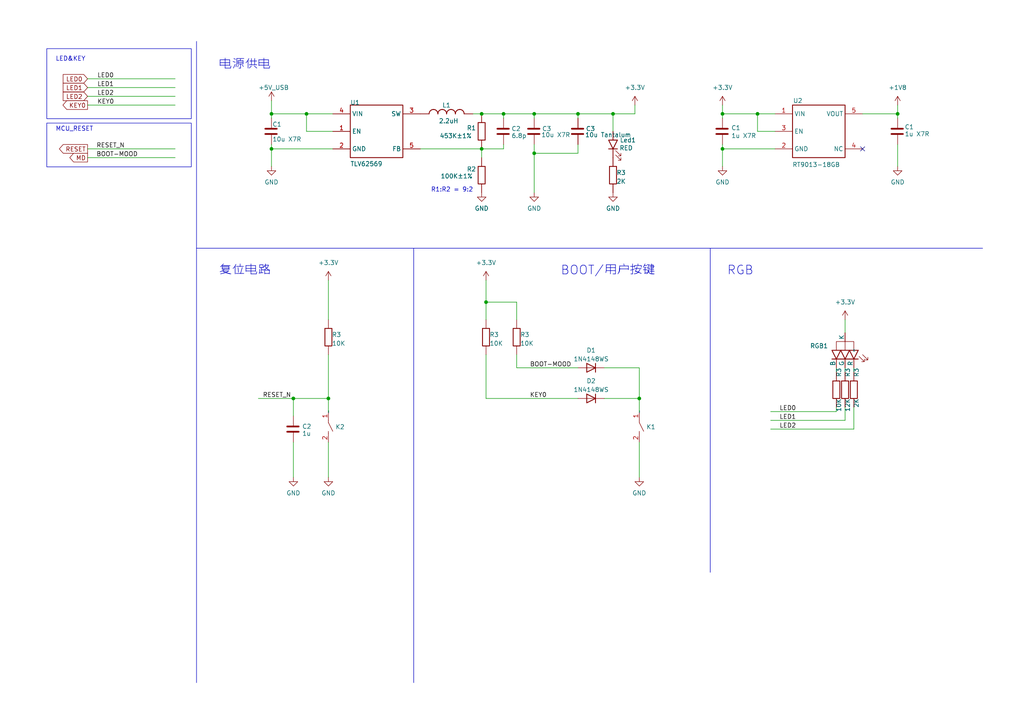
<source format=kicad_sch>
(kicad_sch (version 20230121) (generator eeschema)
  (paper "A4")
  (lib_symbols
    (symbol "Cap_2" (pin_numbers hide) (pin_names hide)
      (property "Reference" "C?" (at 0 5.08 0))
      (property "Value" "Cap_2" (at 0 3.81 0))
      (symbol "Cap_2_0_1"
        (polyline (pts (xy -0.762 -1.778) (xy -0.762 1.524)) (stroke (width 0.5)))
        (polyline (pts (xy 0.762 -1.778) (xy 0.762 1.524)) (stroke (width 0.5)))
      )
      (symbol "Cap_2_1_1"
        (pin passive line (at -3.81 0 0) (length 2.8) (name "~") (number "1"))
        (pin passive line (at 3.81 0 180) (length 2.8) (name "~") (number "2"))
      )
    )
    (symbol "Diode:1N4148WS" (pin_numbers hide) (pin_names hide)
      (property "Reference" "D" (at 0 2.54 0))
      (property "Value" "1N4148WS" (at 0 -2.54 0))
      (symbol "1N4148WS_0_1"
        (polyline (pts (xy -1.27 1.27) (xy -1.27 -1.27)) (stroke (width 0.254)))
        (polyline (pts (xy 1.27 0) (xy -1.27 0)))
        (polyline (pts (xy 1.27 1.27) (xy 1.27 -1.27) (xy -1.27 0) (xy 1.27 1.27)) (stroke (width 0.254)))
      )
      (symbol "1N4148WS_1_1"
        (pin passive line (at -3.81 0 0) (length 2.54) (name "K") (number "1"))
        (pin passive line (at 3.81 0 180) (length 2.54) (name "A") (number "2"))
      )
    )
    (symbol "KiCad_HW1.11-altium-import:4.power_distro_0_MWPY6028-4R7-M"
      (symbol "4.power_distro_0_MWPY6028-4R7-M_1_0"
        (arc (start 3.81 -1.27) (mid 2.912 -1.642) (end 2.54 -2.54) (stroke (width 0.254)))
        (arc (start 5.08 -2.54) (mid 4.708 -1.642) (end 3.81 -1.27) (stroke (width 0.254)))
        (arc (start 6.35 -1.27) (mid 5.452 -1.642) (end 5.08 -2.54) (stroke (width 0.254)))
        (arc (start 7.62 -2.54) (mid 7.248 -1.642) (end 6.35 -1.27) (stroke (width 0.254)))
        (arc (start 8.89 -1.27) (mid 7.992 -1.642) (end 7.62 -2.54) (stroke (width 0.254)))
        (arc (start 10.16 -2.54) (mid 9.788 -1.642) (end 8.89 -1.27) (stroke (width 0.254)))
        (arc (start 11.43 -1.27) (mid 10.532 -1.642) (end 10.16 -2.54) (stroke (width 0.254)))
        (arc (start 12.7 -2.54) (mid 12.328 -1.642) (end 11.43 -1.27) (stroke (width 0.254)))
        (pin passive line (at 0 -2.54 0) (length 2.54) (name "1") (number "1"))
        (pin passive line (at 15.24 -2.54 180) (length 2.54) (name "2") (number "2"))
      )
    )
    (symbol "KiCad_HW1.11-altium-import:4.power_distro_0_TLV62569"
      (symbol "4.power_distro_0_TLV62569_1_0"
        (rectangle (start 20.32 0) (end 5.08 -15.24) (stroke (width 0.254)))
        (pin passive line (at 0 -7.62 0) (length 5.08) (name "EN") (number "1"))
        (pin passive line (at 0 -12.7 0) (length 5.08) (name "GND") (number "2"))
        (pin passive line (at 25.4 -2.54 180) (length 5.08) (name "SW") (number "3"))
        (pin passive line (at 0 -2.54 0) (length 5.08) (name "VIN") (number "4"))
        (pin passive line (at 25.4 -12.7 180) (length 5.08) (name "FB") (number "5"))
      )
    )
    (symbol "KiCad_HW1.11-altium-import:4.power_distro_1_0603 100KΩ (1003) 1%"
      (symbol "4.power_distro_1_0603 100KΩ (1003) 1%_1_0"
        (rectangle (start 1.016 2.54) (end -1.016 -2.54) (stroke (width 0.254)))
        (pin passive line (at 0 -5.08 90) (length 2.54) (name "1") (number "1"))
        (pin passive line (at 0 5.08 270) (length 2.54) (name "2") (number "2"))
      )
    )
    (symbol "KiCad_HW1.11-altium-import:4.power_distro_1_0603 2KΩ (2001) 1%"
      (symbol "4.power_distro_1_0603 2KΩ (2001) 1%_1_0"
        (rectangle (start 1.016 2.54) (end -1.016 -2.54) (stroke (width 0.254)))
        (pin passive line (at 0 -5.08 90) (length 2.54) (name "1") (number "1"))
        (pin passive line (at 0 5.08 270) (length 2.54) (name "2") (number "2"))
      )
    )
    (symbol "New_Library_0:RT9013-18GB"
      (property "Reference" "U" (at 0 0 0))
      (property "Value" "RT9013-18GB" (at 5.588 -18.542 0))
      (symbol "RT9013-18GB_1_0"
        (rectangle (start 15.24 0) (end 0 -15.24) (stroke (width 0.254)))
        (pin passive line (at -5.08 -2.54 0) (length 5.08) (name "VIN") (number "1"))
        (pin passive line (at -5.08 -12.7 0) (length 5.08) (name "GND") (number "2"))
        (pin passive line (at -5.08 -7.62 0) (length 5.08) (name "EN") (number "3"))
        (pin passive line (at 20.32 -12.7 180) (length 5.08) (name "NC") (number "4"))
        (pin passive line (at 20.32 -2.54 180) (length 5.08) (name "VOUT") (number "5"))
      )
    )
    (symbol "RA8:RGB-LED" (pin_numbers hide) (pin_names (offset 0))
      (property "Reference" "RGB" (at -1.27 2.286 0))
      (symbol "RGB-LED_0_1"
        (polyline (pts (xy -2.54 -2.54) (xy 0 -2.54)))
        (polyline (pts (xy 2.54 -3.81) (xy 2.54 -6.35)) (stroke (width 0.254)))
        (polyline (pts (xy 2.54 -1.27) (xy 2.54 -3.81)) (stroke (width 0.254)))
        (polyline (pts (xy 2.54 1.27) (xy 2.54 -1.27)) (stroke (width 0.254)))
        (polyline (pts (xy 0 -3.81) (xy 0 -6.35) (xy 2.54 -5.08) (xy 0 -3.81)) (stroke (width 0.254)))
        (polyline (pts (xy 0 -1.27) (xy 0 -3.81) (xy 2.54 -2.54) (xy 0 -1.27)) (stroke (width 0.254)))
        (polyline (pts (xy 0 1.27) (xy 0 -1.27) (xy 2.54 0) (xy 0 1.27)) (stroke (width 0.254)))
        (polyline (pts (xy 0 0) (xy -2.54 0) (xy -2.54 -4.572) (xy -2.54 -5.08) (xy 0 -5.08)))
        (polyline (pts (xy 1.27 2.54) (xy 2.794 4.064) (xy 2.032 4.064) (xy 2.794 4.064) (xy 2.794 3.302)))
        (polyline (pts (xy 1.778 1.524) (xy 3.302 3.048) (xy 2.54 3.048) (xy 3.302 3.048) (xy 3.302 2.286)))
      )
      (symbol "RGB-LED_1_1"
        (pin passive line (at 5.08 0 180) (length 2.54) (name "R") (number "1"))
        (pin passive line (at -5.08 -2.54 0) (length 2.54) (name "K") (number "2"))
        (pin passive line (at 5.08 -5.08 180) (length 2.54) (name "B") (number "3"))
        (pin passive line (at 5.08 -2.54 180) (length 2.54) (name "G") (number "4"))
      )
    )
    (symbol "RA8:key_2p"
      (property "Reference" "K" (at 0 0 0))
      (symbol "key_2p_0_1"
        (polyline (pts (xy 2.54 0) (xy 3.175 0)))
        (polyline (pts (xy 3.175 0) (xy 5.715 1.27)))
        (polyline (pts (xy 6.35 0) (xy 5.715 0)))
      )
      (symbol "key_2p_1_1"
        (polyline (pts (xy 2.54 -2.54) (xy 7.62 -2.54)) (stroke (width -0.0001)))
        (pin bidirectional line (at 0 0 0) (length 2.54) (name "") (number "1"))
        (pin bidirectional line (at 8.89 0 180) (length 2.54) (name "") (number "2"))
        (pin input line (at 0 -2.54 0) (length 2.54) hide (name "") (number "3"))
        (pin input line (at 8.89 -2.54 180) (length 2.54) hide (name "") (number "4"))
      )
    )
    (symbol "jhong:Led" (pin_numbers hide) (pin_names hide)
      (property "Reference" "Led?" (at 0.635 3.81 0))
      (property "Value" "Led" (at 0 1.905 0))
      (symbol "Led_0_1"
        (polyline (pts (xy 1.27 1.27) (xy 1.27 -1.27)) (stroke (width 0.254)))
        (polyline (pts (xy -1.27 1.27) (xy -1.27 -1.27) (xy 1.27 0) (xy -1.27 1.27)) (stroke (width 0.254)))
        (polyline (pts (xy 1.778 0.762) (xy 3.302 2.286) (xy 2.54 2.286) (xy 3.302 2.286) (xy 3.302 1.524)))
        (polyline (pts (xy 3.048 0.762) (xy 4.572 2.286) (xy 3.81 2.286) (xy 4.572 2.286) (xy 4.572 1.524)))
      )
      (symbol "Led_1_1"
        (pin passive line (at -3.81 0 0) (length 2.54) (name "A") (number "1"))
        (pin passive line (at 3.81 0 180) (length 2.54) (name "K") (number "2"))
      )
    )
    (symbol "power:+1V8" (power) (pin_names (offset 0))
      (property "Value" "+1V8" (at 0 3.556 0))
      (symbol "+1V8_0_1"
        (polyline (pts (xy -0.762 1.27) (xy 0 2.54)))
        (polyline (pts (xy 0 0) (xy 0 2.54)))
        (polyline (pts (xy 0 2.54) (xy 0.762 1.27)))
      )
      (symbol "+1V8_1_1"
        (pin power_in line (at 0 0 90) (length 0) hide (name "+1V8") (number "1"))
      )
    )
    (symbol "power:+3.3V" (power) (pin_names (offset 0))
      (property "Value" "+3.3V" (at 0 3.556 0))
      (symbol "+3.3V_0_1"
        (polyline (pts (xy -0.762 1.27) (xy 0 2.54)))
        (polyline (pts (xy 0 0) (xy 0 2.54)))
        (polyline (pts (xy 0 2.54) (xy 0.762 1.27)))
      )
      (symbol "+3.3V_1_1"
        (pin power_in line (at 0 0 90) (length 0) hide (name "+3.3V") (number "1"))
      )
    )
    (symbol "power:+5V_USB" (power) (in_bom no) (on_board no)
      (property "Value" "+5V_USB" (at -1.27 2.032 0))
      (symbol "+5V_USB_0_1"
        (polyline (pts (xy -0.762 -1.27) (xy 0 0)))
        (polyline (pts (xy 0 -2.54) (xy 0 0)))
        (polyline (pts (xy 0 0) (xy 0.762 -1.27)))
      )
      (symbol "+5V_USB_1_1"
        (pin power_in line (at 0 -2.54 90) (length 0) hide (name "+5V_USB") (number "1"))
      )
    )
    (symbol "power:GND" (power) (pin_names (offset 0))
      (property "Value" "GND" (at 0 -3.81 0))
      (symbol "GND_0_1"
        (polyline (pts (xy 0 0) (xy 0 -1.27) (xy 1.27 -1.27) (xy 0 -2.54) (xy -1.27 -1.27) (xy 0 -1.27)))
      )
      (symbol "GND_1_1"
        (pin power_in line (at 0 0 270) (length 0) hide (name "GND") (number "1"))
      )
    )
  )
  (junction (at 95.25 115.57))
  (junction (at 139.7 33.02))
  (junction (at 154.94 44.45))
  (junction (at 146.05 33.02))
  (junction (at 140.97 87.63))
  (junction (at 139.7 43.18))
  (junction (at 154.94 33.02))
  (junction (at 167.64 33.02))
  (junction (at 85.09 115.57))
  (junction (at 78.74 33.02))
  (junction (at 209.55 43.18))
  (junction (at 260.35 33.02))
  (junction (at 88.9 33.02))
  (junction (at 185.42 115.57))
  (junction (at 219.71 33.02))
  (junction (at 209.55 33.02))
  (junction (at 177.8 33.02))
  (junction (at 78.74 43.18))
  (no_connect (at 250.19 43.18))
  (wire (pts (xy 95.25 115.57) (xy 95.25 119.38)))
  (wire (pts (xy 95.25 102.87) (xy 95.25 115.57)))
  (wire (pts (xy 88.9 33.02) (xy 96.52 33.02)))
  (wire (pts (xy 245.11 118.11) (xy 245.11 121.92)))
  (wire (pts (xy 95.25 81.28) (xy 95.25 92.71)))
  (wire (pts (xy 177.8 33.02) (xy 177.8 38.1)))
  (wire (pts (xy 85.09 128.27) (xy 85.09 138.43)))
  (wire (pts (xy 85.09 115.57) (xy 95.25 115.57)))
  (wire (pts (xy 185.42 128.27) (xy 185.42 138.43)))
  (wire (pts (xy 88.9 33.02) (xy 88.9 38.1)))
  (wire (pts (xy 139.7 33.02) (xy 146.05 33.02)))
  (wire (pts (xy 78.74 43.18) (xy 78.74 48.26)))
  (wire (pts (xy 154.94 44.45) (xy 167.64 44.45)))
  (wire (pts (xy 185.42 106.68) (xy 185.42 115.57)))
  (wire (pts (xy 25.4 43.18) (xy 50.8 43.18)))
  (wire (pts (xy 247.65 118.11) (xy 247.65 124.46)))
  (wire (pts (xy 209.55 33.02) (xy 209.55 34.29)))
  (wire (pts (xy 185.42 115.57) (xy 185.42 119.38)))
  (wire (pts (xy 146.05 33.02) (xy 154.94 33.02)))
  (wire (pts (xy 154.94 34.29) (xy 154.94 33.02)))
  (wire (pts (xy 146.05 41.91) (xy 146.05 43.18)))
  (wire (pts (xy 223.52 124.46) (xy 247.65 124.46)))
  (wire (pts (xy 25.4 25.4) (xy 50.8 25.4)))
  (wire (pts (xy 140.97 87.63) (xy 140.97 92.71)))
  (wire (pts (xy 85.09 115.57) (xy 85.09 120.65)))
  (wire (pts (xy 149.86 87.63) (xy 140.97 87.63)))
  (wire (pts (xy 167.64 33.02) (xy 177.8 33.02)))
  (wire (pts (xy 175.26 115.57) (xy 185.42 115.57)))
  (wire (pts (xy 78.74 33.02) (xy 88.9 33.02)))
  (wire (pts (xy 74.93 115.57) (xy 85.09 115.57)))
  (wire (pts (xy 260.35 30.48) (xy 260.35 33.02)))
  (wire (pts (xy 247.65 106.68) (xy 247.65 107.95)))
  (wire (pts (xy 154.94 33.02) (xy 167.64 33.02)))
  (wire (pts (xy 209.55 41.91) (xy 209.55 43.18)))
  (wire (pts (xy 167.64 33.02) (xy 167.64 34.29)))
  (wire (pts (xy 139.7 43.18) (xy 139.7 45.72)))
  (wire (pts (xy 219.71 33.02) (xy 219.71 38.1)))
  (wire (pts (xy 209.55 33.02) (xy 219.71 33.02)))
  (wire (pts (xy 78.74 34.29) (xy 78.74 33.02)))
  (wire (pts (xy 177.8 33.02) (xy 184.15 33.02)))
  (wire (pts (xy 167.64 115.57) (xy 140.97 115.57)))
  (wire (pts (xy 209.55 43.18) (xy 209.55 48.26)))
  (wire (pts (xy 184.15 30.48) (xy 184.15 33.02)))
  (wire (pts (xy 223.52 121.92) (xy 245.11 121.92)))
  (wire (pts (xy 245.11 106.68) (xy 245.11 107.95)))
  (wire (pts (xy 209.55 43.18) (xy 224.79 43.18)))
  (wire (pts (xy 149.86 92.71) (xy 149.86 87.63)))
  (wire (pts (xy 25.4 45.72) (xy 50.8 45.72)))
  (wire (pts (xy 88.9 38.1) (xy 96.52 38.1)))
  (wire (pts (xy 250.19 33.02) (xy 260.35 33.02)))
  (wire (pts (xy 149.86 106.68) (xy 167.64 106.68)))
  (wire (pts (xy 140.97 81.28) (xy 140.97 87.63)))
  (wire (pts (xy 242.57 118.11) (xy 242.57 119.38)))
  (wire (pts (xy 25.4 27.94) (xy 50.8 27.94)))
  (wire (pts (xy 154.94 44.45) (xy 154.94 55.88)))
  (wire (pts (xy 245.11 92.71) (xy 245.11 96.52)))
  (wire (pts (xy 260.35 34.29) (xy 260.35 33.02)))
  (wire (pts (xy 25.4 22.86) (xy 50.8 22.86)))
  (wire (pts (xy 137.16 33.02) (xy 139.7 33.02)))
  (wire (pts (xy 167.64 44.45) (xy 167.64 41.91)))
  (wire (pts (xy 175.26 106.68) (xy 185.42 106.68)))
  (wire (pts (xy 219.71 38.1) (xy 224.79 38.1)))
  (wire (pts (xy 146.05 34.29) (xy 146.05 33.02)))
  (wire (pts (xy 78.74 41.91) (xy 78.74 43.18)))
  (wire (pts (xy 78.74 43.18) (xy 96.52 43.18)))
  (wire (pts (xy 95.25 128.27) (xy 95.25 138.43)))
  (wire (pts (xy 149.86 106.68) (xy 149.86 102.87)))
  (wire (pts (xy 140.97 115.57) (xy 140.97 102.87)))
  (wire (pts (xy 139.7 43.18) (xy 146.05 43.18)))
  (wire (pts (xy 78.74 29.21) (xy 78.74 33.02)))
  (wire (pts (xy 209.55 30.48) (xy 209.55 33.02)))
  (wire (pts (xy 223.52 119.38) (xy 242.57 119.38)))
  (wire (pts (xy 242.57 106.68) (xy 242.57 107.95)))
  (wire (pts (xy 260.35 48.26) (xy 260.35 41.91)))
  (wire (pts (xy 219.71 33.02) (xy 224.79 33.02)))
  (wire (pts (xy 121.92 43.18) (xy 139.7 43.18)))
  (wire (pts (xy 154.94 41.91) (xy 154.94 44.45)))
  (wire (pts (xy 25.4 30.48) (xy 50.8 30.48)))
  (rectangle (start 13.57 35.7) (end 55.48 48.4))
  (rectangle (start 57 72) (end 285 72))
  (rectangle (start 13.57 14.11) (end 55.48 34.43))
  (rectangle (start 206 72) (end 206 166))
  (rectangle (start 120 72) (end 120 198))
  (rectangle (start 57 12) (end 57 198))
  (text "R1:R2 = 9:2" (at 124.968 55.88 0) (effects (font (size 1.27 1.27)) (justify left bottom)))
  (text "复位电路	" (at 63.5 80.01 0) (effects (font (size 2.54 2.54)) (justify left bottom)))
  (text "MCU_RESET" (at 16.11 38.24 0) (effects (font (size 1.27 1.27)) (justify left bottom)))
  (text "电源供电" (at 63.5 20.32 0) (effects (font (size 2.54 2.54)) (justify left bottom)))
  (text "BOOT/用户按键" (at 162.56 80.01 0) (effects (font (size 2.54 2.54)) (justify left bottom)))
  (text "RGB" (at 210.82 80.01 0) (effects (font (size 2.54 2.54)) (justify left bottom)))
  (text "LED&KEY" (at 16.11 17.92 0) (effects (font (size 1.27 1.27)) (justify left bottom)))
  (label "BOOT-MOOD" (at 153.67 106.68 0))
  (label "LED1" (at 28.194 25.4 0))
  (label "RESET_N" (at 27.94 43.18 0))
  (label "LED0" (at 226.06 119.38 0))
  (label "KEY0" (at 28.194 30.48 0))
  (label "KEY0" (at 153.67 115.57 0))
  (label "RESET_N" (at 76.2 115.57 0))
  (label "LED0" (at 28.194 22.86 0))
  (label "LED1" (at 226.06 121.92 0))
  (label "BOOT-MOOD" (at 27.94 45.72 0))
  (label "LED2" (at 28.194 27.94 0))
  (label "LED2" (at 226.06 124.46 0))
  (global_label "LED0" (shape input) (at 25.4 22.86 180) (property "Intersheetrefs" "${INTERSHEET_REFS}" (effects hide)))
  (global_label "MD" (shape output) (at 25.4 45.72 180) (property "Intersheetrefs" "${INTERSHEET_REFS}" (effects hide)))
  (global_label "RESET" (shape output) (at 25.4 43.18 180) (property "Intersheetrefs" "${INTERSHEET_REFS}" (effects hide)))
  (global_label "LED2" (shape input) (at 25.4 27.94 180) (property "Intersheetrefs" "${INTERSHEET_REFS}" (effects hide)))
  (global_label "LED1" (shape input) (at 25.4 25.4 180) (property "Intersheetrefs" "${INTERSHEET_REFS}" (effects hide)))
  (global_label "KEY0" (shape output) (at 25.4 30.48 180) (property "Intersheetrefs" "${INTERSHEET_REFS}" (effects hide)))
  (symbol (lib_id "KiCad_HW1.11-altium-import:4.power_distro_1_0603 2KΩ (2001) 1%") (at 140.97 97.79 0) (unit 1)
    (property "Reference" "R3" (at 141.986 97.79 0) (effects (justify left bottom)))
    (property "Value" "10K" (at 141.986 100.33 0) (effects (justify left bottom)))
    (property "Footprint" "RA8Library:R0402" (effects hide))
    (property "COMPONENTLINK1DESCRIPTION" "供应商链接" (effects hide))
    (property "COMPONENTLINK1URL" "http://www.szlcsc.com/product/details_23702.html" (effects hide))
    (property "PACKAGE" "0603" (effects hide))
    (property "SUPPLIER" "LC" (effects hide))
    (property "SUPPLIERSPARTNUMBER" "C22975" (effects hide))
  )
  (symbol (lib_name "Cap_2") (lib_id "jhong:Cap") (at 78.74 38.1 270) (unit 1)
    (property "Reference" "C1" (at 78.994 36.068 90) (effects (justify left)))
    (property "Value" "10u X7R" (at 78.994 40.386 90) (effects (justify left)))
    (property "Footprint" "RA8Library:0805_C" (effects hide))
    (property "Manufacturer" "SAMSUNG(三星)" (effects hide))
    (property "Comment" "10u X7R" (effects hide))
  )
  (symbol (lib_id "power:GND") (at 177.8 55.88 0) (unit 1)
    (property "Reference" "#PWR07" (effects hide))
    (property "Value" "GND" (at 177.8 60.452 0))
  )
  (symbol (lib_id "KiCad_HW1.11-altium-import:4.power_distro_1_0603 2KΩ (2001) 1%") (at 247.65 113.03 180) (unit 1)
    (property "Reference" "R3" (at 247.65 106.68 90) (effects (justify left bottom)))
    (property "Value" "2K" (at 247.65 115.57 90) (effects (justify left bottom)))
    (property "Footprint" "RA8Library:R0402" (effects hide))
    (property "COMPONENTLINK1DESCRIPTION" "供应商链接" (effects hide))
    (property "COMPONENTLINK1URL" "http://www.szlcsc.com/product/details_23702.html" (effects hide))
    (property "PACKAGE" "0603" (effects hide))
    (property "SUPPLIER" "LC" (effects hide))
    (property "SUPPLIERSPARTNUMBER" "C22975" (effects hide))
  )
  (symbol (lib_id "KiCad_HW1.11-altium-import:4.power_distro_1_0603 2KΩ (2001) 1%") (at 177.8 50.8 0) (unit 1)
    (property "Reference" "R3" (at 178.816 50.8 0) (effects (justify left bottom)))
    (property "Value" "2K" (at 178.816 53.34 0) (effects (justify left bottom)))
    (property "Footprint" "RA8Library:R0402" (effects hide))
    (property "COMPONENTLINK1DESCRIPTION" "供应商链接" (effects hide))
    (property "COMPONENTLINK1URL" "http://www.szlcsc.com/product/details_23702.html" (effects hide))
    (property "PACKAGE" "0603" (effects hide))
    (property "SUPPLIER" "LC" (effects hide))
    (property "SUPPLIERSPARTNUMBER" "C22975" (effects hide))
  )
  (symbol (lib_id "power:GND") (at 78.74 48.26 0) (unit 1)
    (property "Reference" "#PWR07" (effects hide))
    (property "Value" "GND" (at 78.74 52.832 0))
  )
  (symbol (lib_id "power:+3.3V") (at 209.55 30.48 0) (unit 1)
    (property "Reference" "#PWR06" (effects hide))
    (property "Value" "+3.3V" (at 209.55 25.4 0))
  )
  (symbol (lib_id "KiCad_HW1.11-altium-import:4.power_distro_1_0603 2KΩ (2001) 1%") (at 242.57 113.03 180) (unit 1)
    (property "Reference" "R3" (at 242.57 106.68 90) (effects (justify left bottom)))
    (property "Value" "10K" (at 242.57 115.57 90) (effects (justify left bottom)))
    (property "Footprint" "RA8Library:R0402" (effects hide))
    (property "COMPONENTLINK1DESCRIPTION" "供应商链接" (effects hide))
    (property "COMPONENTLINK1URL" "http://www.szlcsc.com/product/details_23702.html" (effects hide))
    (property "PACKAGE" "0603" (effects hide))
    (property "SUPPLIER" "LC" (effects hide))
    (property "SUPPLIERSPARTNUMBER" "C22975" (effects hide))
  )
  (symbol (lib_name "Cap_2") (lib_id "jhong:Cap") (at 154.94 38.1 270) (unit 1)
    (property "Reference" "C3" (at 157.226 37.338 90) (effects (justify left)))
    (property "Value" "10u X7R" (at 156.972 39.116 90) (effects (justify left)))
    (property "Footprint" "RA8Library:0805_C" (effects hide))
    (property "Manufacturer" "SAMSUNG(三星)" (effects hide))
    (property "Comment" "10u X7R" (effects hide))
  )
  (symbol (lib_id "KiCad_HW1.11-altium-import:4.power_distro_1_0603 2KΩ (2001) 1%") (at 245.11 113.03 180) (unit 1)
    (property "Reference" "R3" (at 245.11 106.68 90) (effects (justify left bottom)))
    (property "Value" "12K" (at 245.11 115.57 90) (effects (justify left bottom)))
    (property "Footprint" "RA8Library:R0402" (effects hide))
    (property "COMPONENTLINK1DESCRIPTION" "供应商链接" (effects hide))
    (property "COMPONENTLINK1URL" "http://www.szlcsc.com/product/details_23702.html" (effects hide))
    (property "PACKAGE" "0603" (effects hide))
    (property "SUPPLIER" "LC" (effects hide))
    (property "SUPPLIERSPARTNUMBER" "C22975" (effects hide))
  )
  (symbol (lib_id "power:+1V8") (at 260.35 30.48 0) (unit 1)
    (property "Reference" "#PWR015" (effects hide))
    (property "Value" "+1V8" (at 260.35 25.4 0))
  )
  (symbol (lib_id "power:GND") (at 85.09 138.43 0) (unit 1)
    (property "Reference" "#PWR07" (effects hide))
    (property "Value" "GND" (at 85.09 143.002 0))
  )
  (symbol (lib_id "KiCad_HW1.11-altium-import:4.power_distro_1_0603 2KΩ (2001) 1%") (at 149.86 97.79 0) (unit 1)
    (property "Reference" "R3" (at 150.876 97.79 0) (effects (justify left bottom)))
    (property "Value" "10K" (at 150.876 100.33 0) (effects (justify left bottom)))
    (property "Footprint" "RA8Library:R0402" (effects hide))
    (property "COMPONENTLINK1DESCRIPTION" "供应商链接" (effects hide))
    (property "COMPONENTLINK1URL" "http://www.szlcsc.com/product/details_23702.html" (effects hide))
    (property "PACKAGE" "0603" (effects hide))
    (property "SUPPLIER" "LC" (effects hide))
    (property "SUPPLIERSPARTNUMBER" "C22975" (effects hide))
  )
  (symbol (lib_id "KiCad_HW1.11-altium-import:4.power_distro_1_0603 2KΩ (2001) 1%") (at 95.25 97.79 0) (unit 1)
    (property "Reference" "R3" (at 96.266 97.79 0) (effects (justify left bottom)))
    (property "Value" "10K" (at 96.266 100.33 0) (effects (justify left bottom)))
    (property "Footprint" "RA8Library:R0402" (effects hide))
    (property "COMPONENTLINK1DESCRIPTION" "供应商链接" (effects hide))
    (property "COMPONENTLINK1URL" "http://www.szlcsc.com/product/details_23702.html" (effects hide))
    (property "PACKAGE" "0603" (effects hide))
    (property "SUPPLIER" "LC" (effects hide))
    (property "SUPPLIERSPARTNUMBER" "C22975" (effects hide))
  )
  (symbol (lib_id "KiCad_HW1.11-altium-import:4.power_distro_1_0603 100KΩ (1003) 1%") (at 139.7 38.1 0) (unit 1)
    (property "Reference" "R1" (at 135.382 37.846 0) (effects (justify left bottom)))
    (property "Value" "453K±1%" (at 127.508 40.132 0) (effects (justify left bottom)))
    (property "Footprint" "RA8Library:R0402" (effects hide))
    (property "COMPONENTLINK1DESCRIPTION" "供应商链接" (effects hide))
    (property "COMPONENTLINK1URL" "http://www.szlcsc.com/product/details_26546.html" (effects hide))
    (property "PACKAGE" "0603" (effects hide))
    (property "SUPPLIER" "LC" (effects hide))
    (property "SUPPLIERSPARTNUMBER" "C25803" (effects hide))
  )
  (symbol (lib_id "KiCad_HW1.11-altium-import:4.power_distro_1_0603 100KΩ (1003) 1%") (at 139.7 50.8 0) (unit 1)
    (property "Reference" "R2" (at 135.382 49.784 0) (effects (justify left bottom)))
    (property "Value" "100K±1%" (at 127.762 51.816 0) (effects (justify left bottom)))
    (property "Footprint" "RA8Library:R0402" (effects hide))
    (property "COMPONENTLINK1DESCRIPTION" "供应商链接" (effects hide))
    (property "COMPONENTLINK1URL" "http://www.szlcsc.com/product/details_26546.html" (effects hide))
    (property "PACKAGE" "0603" (effects hide))
    (property "SUPPLIER" "LC" (effects hide))
    (property "SUPPLIERSPARTNUMBER" "C25803" (effects hide))
  )
  (symbol (lib_id "Diode:1N4148WS") (at 171.45 106.68 0) (mirror y) (unit 1)
    (property "Reference" "D1" (at 171.45 101.6 0))
    (property "Value" "1N4148WS" (at 171.45 104.14 0))
    (property "Footprint" "RA8Library:SOD-523" (effects hide))
    (property "Datasheet" "https://www.vishay.com/docs/85751/1n4148ws.pdf" (effects hide))
    (property "Sim.Device" "D" (effects hide))
    (property "Sim.Pins" "1=K 2=A" (effects hide))
  )
  (symbol (lib_name "Cap_2") (lib_id "jhong:Cap") (at 85.09 124.46 270) (unit 1)
    (property "Reference" "C2" (at 87.63 123.698 90) (effects (justify left)))
    (property "Value" "1u" (at 87.63 125.73 90) (effects (justify left)))
    (property "Footprint" "RA8Library:C0402" (effects hide))
    (property "Manufacturer" "SAMSUNG(三星)" (effects hide))
    (property "Comment" "1u" (effects hide))
  )
  (symbol (lib_id "RA8:key_2p") (at 95.25 119.38 270) (unit 1)
    (property "Reference" "K2" (at 97.282 123.825 90) (effects (justify left)))
    (property "Value" "~" (at 95.25 119.38 0))
    (property "Footprint" "RA8Library:KEY-SMD_TX-1010-X-X" (effects hide))
  )
  (symbol (lib_id "power:+3.3V") (at 184.15 30.48 0) (unit 1)
    (property "Reference" "#PWR06" (effects hide))
    (property "Value" "+3.3V" (at 184.15 25.4 0))
  )
  (symbol (lib_id "power:GND") (at 209.55 48.26 0) (unit 1)
    (property "Reference" "#PWR07" (effects hide))
    (property "Value" "GND" (at 209.55 52.832 0))
  )
  (symbol (lib_id "RA8:RGB-LED") (at 247.65 101.6 270) (unit 1)
    (property "Reference" "RGB1" (at 234.95 100.33 90) (effects (justify left)))
    (property "Value" "~" (at 247.65 101.6 0))
    (property "Footprint" "RA8Library:RGB-ARRAY-SMD_4P-L1.6-W1.5-BR_XL-1615RGBC-RF" (effects hide))
  )
  (symbol (lib_id "power:+3.3V") (at 245.11 92.71 0) (unit 1)
    (property "Reference" "#PWR06" (effects hide))
    (property "Value" "+3.3V" (at 245.11 87.63 0))
  )
  (symbol (lib_name "Cap_2") (lib_id "jhong:Cap") (at 167.64 38.1 270) (unit 1)
    (property "Reference" "C3" (at 169.926 37.338 90) (effects (justify left)))
    (property "Value" "10u Tantalum" (at 169.672 39.116 90) (effects (justify left)))
    (property "Footprint" "RA8Library:CASE-A_3216" (effects hide))
    (property "Manufacturer" "SAMSUNG(三星)" (effects hide))
    (property "Comment" "10u X7R" (effects hide))
  )
  (symbol (lib_id "Diode:1N4148WS") (at 171.45 115.57 0) (mirror y) (unit 1)
    (property "Reference" "D2" (at 171.45 110.49 0))
    (property "Value" "1N4148WS" (at 171.45 113.03 0))
    (property "Footprint" "RA8Library:SOD-523" (effects hide))
    (property "Datasheet" "https://www.vishay.com/docs/85751/1n4148ws.pdf" (effects hide))
    (property "Sim.Device" "D" (effects hide))
    (property "Sim.Pins" "1=K 2=A" (effects hide))
  )
  (symbol (lib_id "power:GND") (at 139.7 55.88 0) (unit 1)
    (property "Reference" "#PWR07" (effects hide))
    (property "Value" "GND" (at 139.7 60.452 0))
  )
  (symbol (lib_id "power:+3.3V") (at 140.97 81.28 0) (unit 1)
    (property "Reference" "#PWR06" (effects hide))
    (property "Value" "+3.3V" (at 140.97 76.2 0))
  )
  (symbol (lib_id "New_Library_0:RT9013-18GB") (at 229.87 30.48 0) (unit 1)
    (property "Reference" "U2" (at 231.394 29.21 0))
    (property "Value" "RT9013-18GB" (at 236.728 47.752 0))
    (property "Footprint" "RA8Library:SOT23-5" (effects hide))
  )
  (symbol (lib_id "jhong:Led") (at 177.8 41.91 270) (unit 1)
    (property "Reference" "Led1" (at 182.118 40.64 90))
    (property "Value" "RED" (at 181.61 42.926 90))
    (property "Footprint" "RA8Library:0603-LED" (effects hide))
    (property "Manufacturer" "国星光电" (effects hide))
    (property "Comment" "RED" (effects hide))
  )
  (symbol (lib_id "KiCad_HW1.11-altium-import:4.power_distro_0_TLV62569") (at 96.52 30.48 0) (unit 1)
    (property "Reference" "U1" (at 101.6 30.48 0) (effects (justify left bottom)))
    (property "Value" "TLV62569" (at 101.6 48.26 0) (effects (justify left bottom)))
    (property "Footprint" "RA8Library:SOT23-5" (effects hide))
  )
  (symbol (lib_id "power:+3.3V") (at 95.25 81.28 0) (unit 1)
    (property "Reference" "#PWR06" (effects hide))
    (property "Value" "+3.3V" (at 95.25 76.2 0))
  )
  (symbol (lib_id "KiCad_HW1.11-altium-import:4.power_distro_0_MWPY6028-4R7-M") (at 121.92 30.48 0) (unit 1)
    (property "Reference" "L1" (at 128.27 31.242 0) (effects (justify left bottom)))
    (property "Value" "2.2uH" (at 127.254 35.814 0) (effects (justify left bottom)))
    (property "Footprint" "RA8Library:L2.2u-4x4mm" (effects hide))
    (property "PUBLISHED" "8-Jun-2000" (effects hide))
    (property "LATESTREVISIONDATE" "29-May-2009" (effects hide))
    (property "LATESTREVISIONNOTE" "IPC-7351 Footprint Added." (effects hide))
    (property "PACKAGEREFERENCE" "0402-A" (effects hide))
    (property "PUBLISHER" "Altium Limited" (effects hide))
    (property "PACKAGEDESCRIPTION" "Chip Inductor" (effects hide))
    (property "CODE_JEITA" "0402" (effects hide))
    (property "CODE_IEC" "1005" (effects hide))
    (property "ALTIUM_VALUE" "10mH" (effects hide))
  )
  (symbol (lib_id "power:GND") (at 185.42 138.43 0) (unit 1)
    (property "Reference" "#PWR07" (effects hide))
    (property "Value" "GND" (at 185.42 143.002 0))
  )
  (symbol (lib_name "Cap_2") (lib_id "jhong:Cap") (at 209.55 38.1 270) (unit 1)
    (property "Reference" "C1" (at 212.09 37.084 90) (effects (justify left)))
    (property "Value" "1u X7R" (at 212.09 39.3699 90) (effects (justify left)))
    (property "Footprint" "RA8Library:C0402" (effects hide))
    (property "Manufacturer" "SAMSUNG(三星)" (effects hide))
    (property "Comment" "1u X7R" (effects hide))
  )
  (symbol (lib_id "power:GND") (at 260.35 48.26 0) (unit 1)
    (property "Reference" "#PWR07" (effects hide))
    (property "Value" "GND" (at 260.35 52.832 0))
  )
  (symbol (lib_id "power:GND") (at 95.25 138.43 0) (unit 1)
    (property "Reference" "#PWR07" (effects hide))
    (property "Value" "GND" (at 95.25 143.002 0))
  )
  (symbol (lib_id "RA8:key_2p") (at 185.42 119.38 270) (unit 1)
    (property "Reference" "K1" (at 187.452 123.825 90) (effects (justify left)))
    (property "Value" "~" (at 185.42 119.38 0))
    (property "Footprint" "RA8Library:KEY-SMD_TX-1010-X-X" (effects hide))
  )
  (symbol (lib_id "power:GND") (at 154.94 55.88 0) (unit 1)
    (property "Reference" "#PWR07" (effects hide))
    (property "Value" "GND" (at 154.94 60.452 0))
  )
  (symbol (lib_id "power:+5V_USB") (at 78.74 26.67 0) (unit 1) (in_bom no) (on_board no)
    (property "Reference" "#PWR0155" (effects hide))
    (property "Value" "+5V_SYS" (at 74.93 25.4 0) (effects (justify left)))
    (instances (project "RA8_main" (path "" (reference "#PWR0155") (unit 1)) (path "" (reference "#PWR04") (unit 1))))
  )
  (symbol (lib_name "Cap_2") (lib_id "jhong:Cap") (at 146.05 38.1 270) (unit 1)
    (property "Reference" "C2" (at 148.336 37.338 90) (effects (justify left)))
    (property "Value" "6.8p" (at 148.336 39.37 90) (effects (justify left)))
    (property "Footprint" "RA8Library:C0402" (effects hide))
    (property "Manufacturer" "SAMSUNG(三星)" (effects hide))
    (property "Comment" "6.8pF" (effects hide))
  )
  (symbol (lib_name "Cap_2") (lib_id "jhong:Cap") (at 260.35 38.1 270) (unit 1)
    (property "Reference" "C1" (at 262.382 36.83 90) (effects (justify left)))
    (property "Value" "1u X7R" (at 262.382 38.862 90) (effects (justify left)))
    (property "Footprint" "RA8Library:C0402" (effects hide))
    (property "Manufacturer" "SAMSUNG(三星)" (effects hide))
    (property "Comment" "1u X7R" (effects hide))
  )
)
</source>
